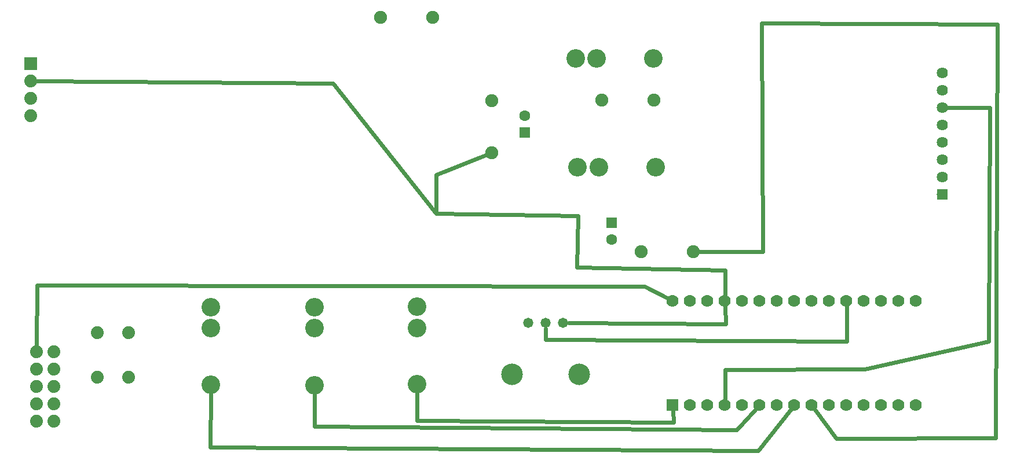
<source format=gbl>
G04 MADE WITH FRITZING*
G04 WWW.FRITZING.ORG*
G04 DOUBLE SIDED*
G04 HOLES PLATED*
G04 CONTOUR ON CENTER OF CONTOUR VECTOR*
%ASAXBY*%
%FSLAX23Y23*%
%MOIN*%
%OFA0B0*%
%SFA1.0B1.0*%
%ADD10C,0.074000*%
%ADD11C,0.075000*%
%ADD12C,0.107087*%
%ADD13C,0.058000*%
%ADD14C,0.058028*%
%ADD15C,0.124033*%
%ADD16C,0.062992*%
%ADD17C,0.073999*%
%ADD18C,0.064000*%
%ADD19C,0.070000*%
%ADD20R,0.062992X0.062992*%
%ADD21R,0.074001X0.074001*%
%ADD22R,0.064000X0.064000*%
%ADD23R,0.070000X0.069972*%
%ADD24C,0.024000*%
%LNCOPPER0*%
G90*
G70*
G54D10*
X655Y480D03*
X655Y736D03*
X833Y480D03*
X833Y736D03*
G54D11*
X3858Y2077D03*
X3558Y2077D03*
G54D12*
X1904Y883D03*
X1904Y761D03*
X1904Y434D03*
X3407Y2316D03*
X3529Y2316D03*
X3856Y2316D03*
X3418Y1689D03*
X3540Y1689D03*
X3867Y1689D03*
X1307Y883D03*
X1307Y761D03*
X1307Y435D03*
X2493Y886D03*
X2493Y764D03*
X2493Y438D03*
G54D13*
X3335Y793D03*
X3235Y793D03*
G54D14*
X3134Y793D03*
G54D15*
X3429Y497D03*
X3040Y497D03*
G54D11*
X2924Y1774D03*
X2924Y2074D03*
G54D16*
X3614Y1370D03*
X3614Y1271D03*
X3116Y1888D03*
X3116Y1986D03*
G54D17*
X272Y2286D03*
X272Y2186D03*
X272Y2086D03*
X272Y1986D03*
G54D10*
X405Y227D03*
X305Y227D03*
X405Y327D03*
X305Y327D03*
X405Y427D03*
X305Y427D03*
X405Y527D03*
X305Y527D03*
X405Y627D03*
X305Y627D03*
G54D18*
X5519Y1534D03*
X5519Y1634D03*
X5519Y1734D03*
X5519Y1834D03*
X5519Y1934D03*
X5519Y2034D03*
X5519Y2134D03*
X5519Y2234D03*
G54D19*
X3966Y318D03*
X4066Y318D03*
X4166Y318D03*
X4266Y318D03*
X4366Y318D03*
X4466Y318D03*
X4566Y318D03*
X4666Y318D03*
X4766Y318D03*
X4866Y318D03*
X4966Y318D03*
X5066Y318D03*
X5166Y318D03*
X5266Y318D03*
X5366Y318D03*
X3966Y918D03*
X4066Y918D03*
X4166Y918D03*
X4266Y918D03*
X4366Y918D03*
X4466Y918D03*
X4566Y918D03*
X4666Y918D03*
X4766Y918D03*
X4866Y918D03*
X4966Y918D03*
X5066Y918D03*
X5166Y918D03*
X5266Y918D03*
X5366Y918D03*
G54D11*
X4083Y1204D03*
X3783Y1204D03*
X2585Y2552D03*
X2285Y2552D03*
G54D20*
X3614Y1370D03*
X3116Y1888D03*
G54D21*
X272Y2286D03*
G54D22*
X5519Y1534D03*
G54D23*
X3966Y318D03*
G54D24*
X3235Y697D02*
X3235Y759D01*
D02*
X4969Y687D02*
X3235Y697D01*
D02*
X4967Y889D02*
X4969Y687D01*
D02*
X4486Y1202D02*
X4479Y2519D01*
D02*
X4479Y2519D02*
X5836Y2513D01*
D02*
X5836Y2513D02*
X5825Y130D01*
D02*
X5825Y130D02*
X4909Y125D01*
D02*
X4909Y125D02*
X4784Y294D01*
D02*
X4111Y1204D02*
X4486Y1202D01*
D02*
X3970Y219D02*
X2493Y228D01*
D02*
X2493Y228D02*
X2493Y397D01*
D02*
X3967Y289D02*
X3970Y219D01*
D02*
X4334Y177D02*
X1906Y197D01*
D02*
X1906Y197D02*
X1904Y393D01*
D02*
X4446Y297D02*
X4334Y177D01*
D02*
X4459Y55D02*
X1306Y77D01*
D02*
X1306Y77D02*
X1307Y394D01*
D02*
X4648Y295D02*
X4459Y55D01*
D02*
X4270Y786D02*
X3368Y792D01*
D02*
X4267Y889D02*
X4270Y786D01*
D02*
X4268Y523D02*
X4267Y347D01*
D02*
X5070Y525D02*
X4268Y523D01*
D02*
X5791Y2033D02*
X5786Y686D01*
D02*
X5786Y686D02*
X5070Y525D01*
D02*
X5551Y2034D02*
X5791Y2033D01*
D02*
X309Y1008D02*
X305Y658D01*
D02*
X3803Y1002D02*
X309Y1008D01*
D02*
X3940Y931D02*
X3803Y1002D01*
D02*
X4267Y947D02*
X4268Y1097D01*
D02*
X4268Y1097D02*
X3416Y1112D01*
D02*
X3416Y1112D02*
X3420Y1408D01*
D02*
X2606Y1422D02*
X2012Y2171D01*
D02*
X2603Y1647D02*
X2897Y1763D01*
D02*
X2606Y1422D02*
X2603Y1647D01*
D02*
X3420Y1408D02*
X2606Y1422D01*
D02*
X2012Y2171D02*
X303Y2185D01*
G04 End of Copper0*
M02*
</source>
